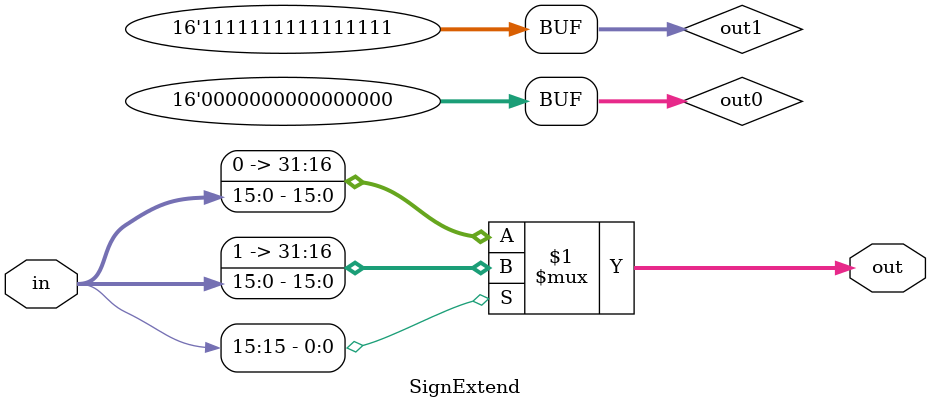
<source format=v>
`timescale 1ns/100ps
module SignExtend(in, out);
	input [15:0]in;
	output [31:0]out;
	reg [15:0]out0=16'h0000;
	reg [15:0]out1=16'hffff;

	assign	out = in[15] ? ({out1,in}) : ({out0, in});
endmodule
</source>
